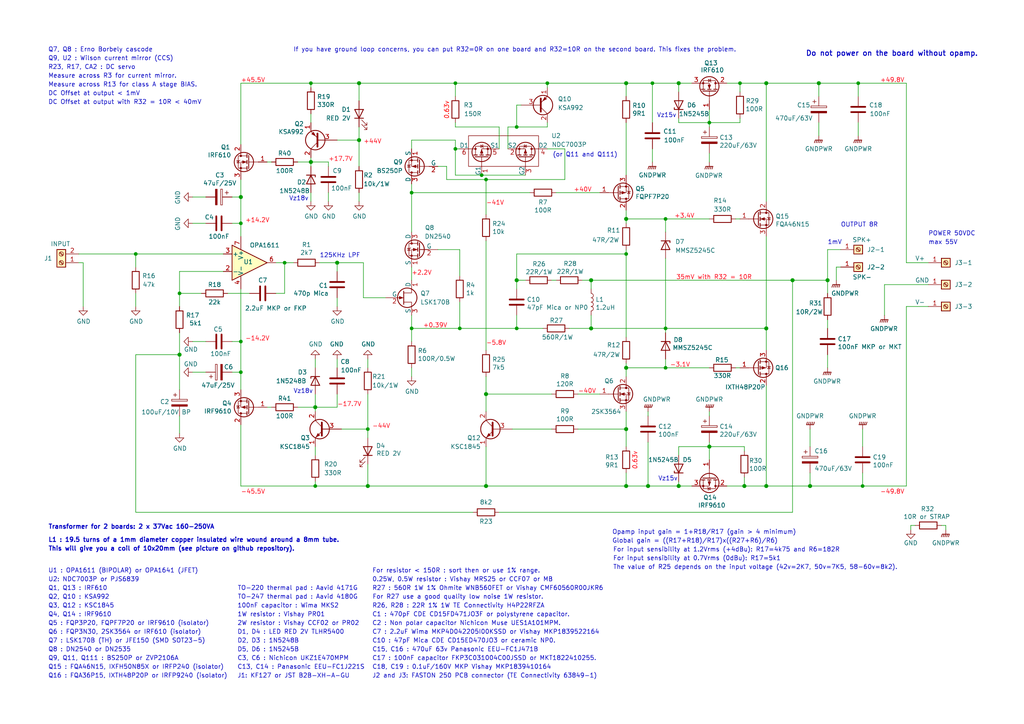
<source format=kicad_sch>
(kicad_sch (version 20231120) (generator "eeschema") (generator_version "8.0")
  (paper "A4")
  (title_block (title "Q17-Mini Amplifier") (date "2024-06-05") (rev "2.2.1") (company "Principe circuit by Tiberiu Vicol") (comment 1 "Modified by Stef for the Q17-Mini project") (comment 4 "Q17 a QUAD405 audiophile approach"))
  (junction (at 133.35 95.25))
  (junction (at 187.96 140.97) (diameter 1.016))
  (junction (at 106.68 124.46))
  (junction (at 91.44 140.97))
  (junction (at 215.9 140.97) (diameter 1.016))
  (junction (at 91.44 118.11) (diameter 1.016))
  (junction (at 52.07 102.87) (diameter 1.016))
  (junction (at 205.74 35.56))
  (junction (at 237.49 24.13) (diameter 1.016))
  (junction (at 196.85 24.13) (diameter 1.016))
  (junction (at 158.75 24.13))
  (junction (at 140.97 140.97) (diameter 1.016))
  (junction (at 119.38 55.88))
  (junction (at 196.85 140.97) (diameter 1.016))
  (junction (at 222.25 140.97) (diameter 1.016))
  (junction (at 90.17 46.99) (diameter 1.016))
  (junction (at 250.19 140.97))
  (junction (at 52.07 85.09))
  (junction (at 234.95 140.97) (diameter 1.016))
  (junction (at 181.61 63.5) (diameter 1.016))
  (junction (at 240.03 81.28) (diameter 1.016))
  (junction (at 193.04 106.68))
  (junction (at 171.45 81.28) (diameter 1.016))
  (junction (at 69.85 107.95))
  (junction (at 149.86 95.25))
  (junction (at 69.85 57.15) (diameter 1.016))
  (junction (at 97.79 76.2) (diameter 1.016))
  (junction (at 149.86 81.28) (diameter 1.016))
  (junction (at 229.87 81.28) (diameter 1.016))
  (junction (at 248.92 24.13))
  (junction (at 82.55 76.2))
  (junction (at 205.74 129.54) (diameter 1.016))
  (junction (at 39.37 73.66))
  (junction (at 189.23 24.13))
  (junction (at 171.45 95.25) (diameter 1.016))
  (junction (at 222.25 24.13) (diameter 1.016))
  (junction (at 193.04 63.5))
  (junction (at 214.63 24.13))
  (junction (at 106.68 140.97) (diameter 1.016))
  (junction (at 132.08 24.13))
  (junction (at 181.61 140.97) (diameter 1.016))
  (junction (at 193.04 95.25))
  (junction (at 149.86 36.83))
  (junction (at 181.61 124.46) (diameter 1.016))
  (junction (at 104.14 24.13) (diameter 1.016))
  (junction (at 222.25 95.25) (diameter 1.016))
  (junction (at 139.7 50.8))
  (junction (at 140.97 114.3) (diameter 1.016))
  (junction (at 181.61 106.68) (diameter 1.016))
  (junction (at 132.08 43.18))
  (junction (at 140.97 52.07))
  (junction (at 181.61 73.66))
  (junction (at 104.14 40.64) (diameter 1.016))
  (junction (at 69.85 64.77))
  (junction (at 69.85 99.06))
  (junction (at 90.17 24.13))
  (junction (at 181.61 24.13) (diameter 1.016))
  (junction (at 119.38 95.25))
  (wire (pts (xy 149.86 30.48) (xy 151.13 30.48)))
  (wire (pts (xy 181.61 72.39) (xy 181.61 73.66)))
  (wire (pts (xy 104.14 40.64) (xy 104.14 36.83)))
  (wire (pts (xy 97.79 40.64) (xy 104.14 40.64)))
  (wire (pts (xy 104.14 24.13) (xy 132.08 24.13)))
  (wire (pts (xy 215.9 130.81) (xy 215.9 129.54)))
  (wire (pts (xy 215.9 129.54) (xy 205.74 129.54)))
  (wire (pts (xy 90.17 33.02) (xy 90.17 35.56)))
  (wire (pts (xy 205.74 119.38) (xy 205.74 120.65)))
  (wire (pts (xy 262.89 24.13) (xy 262.89 76.2)))
  (wire (pts (xy 52.07 78.74) (xy 52.07 85.09)))
  (wire (pts (xy 52.07 125.73) (xy 52.07 120.65)))
  (wire (pts (xy 67.31 107.95) (xy 69.85 107.95)))
  (wire (pts (xy 24.13 76.2) (xy 24.13 88.9)))
  (wire (pts (xy 22.86 76.2) (xy 24.13 76.2)))
  (wire (pts (xy 52.07 102.87) (xy 52.07 113.03)))
  (wire (pts (xy 119.38 40.64) (xy 119.38 43.18)))
  (wire (pts (xy 189.23 43.18) (xy 189.23 46.99)))
  (wire (pts (xy 67.31 99.06) (xy 69.85 99.06)))
  (wire (pts (xy 90.17 24.13) (xy 104.14 24.13)))
  (wire (pts (xy 181.61 119.38) (xy 181.61 124.46)))
  (wire (pts (xy 181.61 124.46) (xy 181.61 129.54)))
  (wire (pts (xy 149.86 73.66) (xy 181.61 73.66)))
  (wire (pts (xy 149.86 81.28) (xy 149.86 73.66)))
  (wire (pts (xy 200.66 24.13) (xy 196.85 24.13)))
  (wire (pts (xy 262.89 88.9) (xy 262.89 140.97)))
  (wire (pts (xy 147.32 36.83) (xy 149.86 36.83)))
  (wire (pts (xy 90.17 46.99) (xy 90.17 48.26)))
  (wire (pts (xy 90.17 45.72) (xy 90.17 46.99)))
  (wire (pts (xy 78.74 118.11) (xy 77.47 118.11)))
  (wire (pts (xy 22.86 73.66) (xy 39.37 73.66)))
  (wire (pts (xy 262.89 88.9) (xy 269.24 88.9)))
  (wire (pts (xy 119.38 40.64) (xy 132.08 40.64)))
  (wire (pts (xy 140.97 52.07) (xy 140.97 62.23)))
  (wire (pts (xy 69.85 140.97) (xy 91.44 140.97)))
  (wire (pts (xy 240.03 72.39) (xy 240.03 81.28)))
  (wire (pts (xy 129.54 48.26) (xy 129.54 52.07)))
  (wire (pts (xy 69.85 123.19) (xy 69.85 140.97)))
  (wire (pts (xy 69.85 57.15) (xy 69.85 64.77)))
  (wire (pts (xy 55.88 57.15) (xy 59.69 57.15)))
  (wire (pts (xy 132.08 43.18) (xy 133.35 43.18)))
  (wire (pts (xy 173.99 55.88) (xy 161.29 55.88)))
  (wire (pts (xy 205.74 44.45) (xy 205.74 46.99)))
  (wire (pts (xy 39.37 102.87) (xy 52.07 102.87)))
  (wire (pts (xy 137.16 148.59) (xy 39.37 148.59)))
  (wire (pts (xy 39.37 148.59) (xy 39.37 102.87)))
  (wire (pts (xy 250.19 137.16) (xy 250.19 140.97)))
  (wire (pts (xy 234.95 140.97) (xy 250.19 140.97)))
  (wire (pts (xy 152.4 81.28) (xy 149.86 81.28)))
  (wire (pts (xy 149.86 81.28) (xy 149.86 83.82)))
  (wire (pts (xy 181.61 35.56) (xy 181.61 50.8)))
  (wire (pts (xy 205.74 128.27) (xy 205.74 129.54)))
  (wire (pts (xy 127 48.26) (xy 129.54 48.26)))
  (wire (pts (xy 158.75 43.18) (xy 163.83 43.18)))
  (wire (pts (xy 55.88 107.95) (xy 59.69 107.95)))
  (wire (pts (xy 91.44 139.7) (xy 91.44 140.97)))
  (wire (pts (xy 248.92 24.13) (xy 248.92 27.94)))
  (wire (pts (xy 132.08 24.13) (xy 158.75 24.13)))
  (wire (pts (xy 119.38 55.88) (xy 119.38 67.31)))
  (wire (pts (xy 168.91 81.28) (xy 171.45 81.28)))
  (wire (pts (xy 171.45 83.82) (xy 171.45 81.28)))
  (wire (pts (xy 160.02 81.28) (xy 161.29 81.28)))
  (wire (pts (xy 242.57 77.47) (xy 243.84 77.47)))
  (wire (pts (xy 242.57 77.47) (xy 242.57 81.28)))
  (wire (pts (xy 158.75 24.13) (xy 158.75 25.4)))
  (wire (pts (xy 167.64 114.3) (xy 173.99 114.3)))
  (wire (pts (xy 140.97 114.3) (xy 160.02 114.3)))
  (wire (pts (xy 149.86 36.83) (xy 158.75 36.83)))
  (wire (pts (xy 229.87 81.28) (xy 229.87 148.59)))
  (wire (pts (xy 229.87 148.59) (xy 144.78 148.59)))
  (wire (pts (xy 55.88 64.77) (xy 59.69 64.77)))
  (wire (pts (xy 171.45 91.44) (xy 171.45 95.25)))
  (wire (pts (xy 165.1 95.25) (xy 171.45 95.25)))
  (wire (pts (xy 140.97 52.07) (xy 163.83 52.07)))
  (wire (pts (xy 213.36 63.5) (xy 214.63 63.5)))
  (wire (pts (xy 77.47 46.99) (xy 78.74 46.99)))
  (wire (pts (xy 262.89 140.97) (xy 250.19 140.97)))
  (wire (pts (xy 213.36 106.68) (xy 214.63 106.68)))
  (wire (pts (xy 222.25 58.42) (xy 222.25 24.13)))
  (wire (pts (xy 210.82 24.13) (xy 214.63 24.13)))
  (wire (pts (xy 181.61 24.13) (xy 189.23 24.13)))
  (wire (pts (xy 181.61 24.13) (xy 181.61 27.94)))
  (wire (pts (xy 97.79 118.11) (xy 91.44 118.11)))
  (wire (pts (xy 97.79 114.3) (xy 97.79 118.11)))
  (wire (pts (xy 215.9 138.43) (xy 215.9 140.97)))
  (wire (pts (xy 222.25 95.25) (xy 222.25 101.6)))
  (wire (pts (xy 222.25 68.58) (xy 222.25 95.25)))
  (wire (pts (xy 140.97 109.22) (xy 140.97 114.3)))
  (wire (pts (xy 39.37 73.66) (xy 39.37 77.47)))
  (wire (pts (xy 132.08 35.56) (xy 132.08 36.83)))
  (wire (pts (xy 167.64 124.46) (xy 181.61 124.46)))
  (wire (pts (xy 148.59 124.46) (xy 160.02 124.46)))
  (wire (pts (xy 205.74 31.75) (xy 205.74 35.56)))
  (wire (pts (xy 187.96 120.65) (xy 187.96 119.38)))
  (wire (pts (xy 91.44 106.68) (xy 91.44 104.14)))
  (wire (pts (xy 132.08 43.18) (xy 132.08 50.8)))
  (wire (pts (xy 97.79 76.2) (xy 105.41 76.2)))
  (wire (pts (xy 181.61 106.68) (xy 181.61 109.22)))
  (wire (pts (xy 181.61 105.41) (xy 181.61 106.68)))
  (wire (pts (xy 140.97 114.3) (xy 140.97 119.38)))
  (wire (pts (xy 196.85 35.56) (xy 205.74 35.56)))
  (wire (pts (xy 196.85 34.29) (xy 196.85 35.56)))
  (wire (pts (xy 132.08 24.13) (xy 132.08 27.94)))
  (wire (pts (xy 248.92 35.56) (xy 248.92 39.37)))
  (wire (pts (xy 106.68 106.68) (xy 106.68 104.14)))
  (wire (pts (xy 214.63 35.56) (xy 214.63 34.29)))
  (wire (pts (xy 39.37 85.09) (xy 39.37 88.9)))
  (wire (pts (xy 97.79 76.2) (xy 97.79 78.74)))
  (wire (pts (xy 92.71 76.2) (xy 97.79 76.2)))
  (wire (pts (xy 95.25 46.99) (xy 90.17 46.99)))
  (wire (pts (xy 95.25 48.26) (xy 95.25 46.99)))
  (wire (pts (xy 193.04 63.5) (xy 205.74 63.5)))
  (wire (pts (xy 132.08 36.83) (xy 144.78 36.83)))
  (wire (pts (xy 149.86 91.44) (xy 149.86 95.25)))
  (wire (pts (xy 149.86 95.25) (xy 157.48 95.25)))
  (wire (pts (xy 119.38 91.44) (xy 119.38 95.25)))
  (wire (pts (xy 104.14 55.88) (xy 104.14 58.42)))
  (wire (pts (xy 69.85 113.03) (xy 69.85 107.95)))
  (wire (pts (xy 181.61 106.68) (xy 193.04 106.68)))
  (wire (pts (xy 55.88 99.06) (xy 59.69 99.06)))
  (wire (pts (xy 237.49 24.13) (xy 248.92 24.13)))
  (wire (pts (xy 69.85 99.06) (xy 69.85 107.95)))
  (wire (pts (xy 222.25 140.97) (xy 215.9 140.97)))
  (wire (pts (xy 222.25 111.76) (xy 222.25 140.97)))
  (wire (pts (xy 215.9 140.97) (xy 210.82 140.97)))
  (wire (pts (xy 187.96 140.97) (xy 181.61 140.97)))
  (wire (pts (xy 163.83 52.07) (xy 163.83 43.18)))
  (wire (pts (xy 66.04 85.09) (xy 72.39 85.09)))
  (wire (pts (xy 181.61 140.97) (xy 181.61 137.16)))
  (wire (pts (xy 140.97 140.97) (xy 181.61 140.97)))
  (wire (pts (xy 140.97 129.54) (xy 140.97 140.97)))
  (wire (pts (xy 240.03 72.39) (xy 243.84 72.39)))
  (wire (pts (xy 80.01 76.2) (xy 82.55 76.2)))
  (wire (pts (xy 133.35 95.25) (xy 149.86 95.25)))
  (wire (pts (xy 106.68 114.3) (xy 106.68 124.46)))
  (wire (pts (xy 91.44 119.38) (xy 91.44 118.11)))
  (wire (pts (xy 69.85 41.91) (xy 69.85 24.13)))
  (wire (pts (xy 69.85 24.13) (xy 90.17 24.13)))
  (wire (pts (xy 214.63 24.13) (xy 222.25 24.13)))
  (wire (pts (xy 250.19 124.46) (xy 250.19 129.54)))
  (wire (pts (xy 187.96 128.27) (xy 187.96 140.97)))
  (wire (pts (xy 52.07 96.52) (xy 52.07 102.87)))
  (wire (pts (xy 140.97 69.85) (xy 140.97 101.6)))
  (wire (pts (xy 147.32 36.83) (xy 147.32 43.18)))
  (wire (pts (xy 67.31 64.77) (xy 69.85 64.77)))
  (wire (pts (xy 104.14 24.13) (xy 104.14 29.21)))
  (wire (pts (xy 90.17 25.4) (xy 90.17 24.13)))
  (wire (pts (xy 189.23 24.13) (xy 189.23 35.56)))
  (wire (pts (xy 196.85 139.7) (xy 196.85 140.97)))
  (wire (pts (xy 132.08 50.8) (xy 139.7 50.8)))
  (wire (pts (xy 119.38 55.88) (xy 153.67 55.88)))
  (wire (pts (xy 262.89 76.2) (xy 269.24 76.2)))
  (wire (pts (xy 119.38 106.68) (xy 119.38 109.22)))
  (wire (pts (xy 133.35 87.63) (xy 133.35 95.25)))
  (wire (pts (xy 234.95 140.97) (xy 222.25 140.97)))
  (wire (pts (xy 234.95 137.16) (xy 234.95 140.97)))
  (wire (pts (xy 106.68 140.97) (xy 140.97 140.97)))
  (wire (pts (xy 205.74 35.56) (xy 214.63 35.56)))
  (wire (pts (xy 106.68 140.97) (xy 106.68 134.62)))
  (wire (pts (xy 133.35 72.39) (xy 133.35 80.01)))
  (wire (pts (xy 189.23 24.13) (xy 196.85 24.13)))
  (wire (pts (xy 205.74 129.54) (xy 205.74 133.35)))
  (wire (pts (xy 105.41 76.2) (xy 105.41 86.36)))
  (wire (pts (xy 193.04 106.68) (xy 205.74 106.68)))
  (wire (pts (xy 106.68 127) (xy 106.68 124.46)))
  (wire (pts (xy 193.04 95.25) (xy 222.25 95.25)))
  (wire (pts (xy 139.7 50.8) (xy 152.4 50.8)))
  (wire (pts (xy 187.96 140.97) (xy 196.85 140.97)))
  (wire (pts (xy 196.85 140.97) (xy 200.66 140.97)))
  (wire (pts (xy 229.87 81.28) (xy 240.03 81.28)))
  (wire (pts (xy 240.03 81.28) (xy 240.03 85.09)))
  (wire (pts (xy 171.45 81.28) (xy 229.87 81.28)))
  (wire (pts (xy 52.07 78.74) (xy 64.77 78.74)))
  (wire (pts (xy 149.86 30.48) (xy 149.86 36.83)))
  (wire (pts (xy 91.44 118.11) (xy 91.44 114.3)))
  (wire (pts (xy 205.74 35.56) (xy 205.74 36.83)))
  (wire (pts (xy 82.55 76.2) (xy 85.09 76.2)))
  (wire (pts (xy 193.04 104.14) (xy 193.04 106.68)))
  (wire (pts (xy 273.05 152.4) (xy 274.32 152.4)))
  (wire (pts (xy 274.32 152.4) (xy 274.32 153.67)))
  (wire (pts (xy 264.16 152.4) (xy 265.43 152.4)))
  (wire (pts (xy 264.16 153.67) (xy 264.16 152.4)))
  (wire (pts (xy 86.36 118.11) (xy 91.44 118.11)))
  (wire (pts (xy 262.89 24.13) (xy 248.92 24.13)))
  (wire (pts (xy 256.54 82.55) (xy 256.54 91.44)))
  (wire (pts (xy 256.54 82.55) (xy 269.24 82.55)))
  (wire (pts (xy 119.38 77.47) (xy 119.38 81.28)))
  (wire (pts (xy 181.61 60.96) (xy 181.61 63.5)))
  (wire (pts (xy 181.61 63.5) (xy 181.61 64.77)))
  (wire (pts (xy 69.85 68.58) (xy 69.85 64.77)))
  (wire (pts (xy 171.45 95.25) (xy 193.04 95.25)))
  (wire (pts (xy 132.08 43.18) (xy 132.08 40.64)))
  (wire (pts (xy 69.85 83.82) (xy 69.85 99.06)))
  (wire (pts (xy 129.54 52.07) (xy 140.97 52.07)))
  (wire (pts (xy 39.37 73.66) (xy 64.77 73.66)))
  (wire (pts (xy 119.38 95.25) (xy 133.35 95.25)))
  (wire (pts (xy 82.55 85.09) (xy 82.55 76.2)))
  (wire (pts (xy 80.01 85.09) (xy 82.55 85.09)))
  (wire (pts (xy 181.61 73.66) (xy 181.61 97.79)))
  (wire (pts (xy 104.14 40.64) (xy 104.14 48.26)))
  (wire (pts (xy 95.25 58.42) (xy 95.25 55.88)))
  (wire (pts (xy 52.07 85.09) (xy 58.42 85.09)))
  (wire (pts (xy 196.85 132.08) (xy 196.85 129.54)))
  (wire (pts (xy 196.85 129.54) (xy 205.74 129.54)))
  (wire (pts (xy 90.17 55.88) (xy 90.17 58.42)))
  (wire (pts (xy 193.04 74.93) (xy 193.04 95.25)))
  (wire (pts (xy 69.85 52.07) (xy 69.85 57.15)))
  (wire (pts (xy 97.79 104.14) (xy 97.79 106.68)))
  (wire (pts (xy 99.06 124.46) (xy 106.68 124.46)))
  (wire (pts (xy 240.03 102.87) (xy 240.03 106.68)))
  (wire (pts (xy 86.36 46.99) (xy 90.17 46.99)))
  (wire (pts (xy 97.79 86.36) (xy 97.79 88.9)))
  (wire (pts (xy 158.75 24.13) (xy 181.61 24.13)))
  (wire (pts (xy 240.03 92.71) (xy 240.03 95.25)))
  (wire (pts (xy 237.49 35.56) (xy 237.49 39.37)))
  (wire (pts (xy 127 72.39) (xy 133.35 72.39)))
  (wire (pts (xy 119.38 53.34) (xy 119.38 55.88)))
  (wire (pts (xy 196.85 24.13) (xy 196.85 26.67)))
  (wire (pts (xy 144.78 36.83) (xy 144.78 43.18)))
  (wire (pts (xy 181.61 63.5) (xy 193.04 63.5)))
  (wire (pts (xy 214.63 26.67) (xy 214.63 24.13)))
  (wire (pts (xy 119.38 95.25) (xy 119.38 99.06)))
  (wire (pts (xy 91.44 140.97) (xy 106.68 140.97)))
  (wire (pts (xy 52.07 85.09) (xy 52.07 88.9)))
  (wire (pts (xy 234.95 129.54) (xy 234.95 124.46)))
  (wire (pts (xy 193.04 95.25) (xy 193.04 96.52)))
  (wire (pts (xy 105.41 86.36) (xy 111.76 86.36)))
  (wire (pts (xy 193.04 63.5) (xy 193.04 67.31)))
  (wire (pts (xy 222.25 24.13) (xy 237.49 24.13)))
  (wire (pts (xy 237.49 27.94) (xy 237.49 24.13)))
  (wire (pts (xy 67.31 57.15) (xy 69.85 57.15)))
  (wire (pts (xy 91.44 132.08) (xy 91.44 129.54)))
  (wire (pts (xy 158.75 36.83) (xy 158.75 35.56)))
  (text "-44V" (at 107.95 124.46 0) (effects (font (size 1.27 1.27)) (justify left bottom)))
  (text "1mV" (at 240.03 71.12 0) (effects (font (size 1.27 1.27)) (justify left bottom)))
  (text "Q15 : FQA46N15, IXFH50N85X or IRFP240 (isolator)" (at 13.97 194.31 0) (effects (font (size 1.27 1.27)) (justify left bottom)))
  (text "+2.2V" (at 119.38 80.01 0) (effects (font (size 1.27 1.27)) (justify left bottom)))
  (text "max 55V" (at 269.24 71.12 0) (effects (font (size 1.27 1.27)) (justify left bottom)))
  (text "-17.7V" (at 97.79 118.11 0) (effects (font (size 1.27 1.27)) (justify left bottom)))
  (text "1W resistor : Vishay PR01" (at 68.834 179.07 0) (effects (font (size 1.27 1.27)) (justify left bottom)))
  (text "Q3, Q12 : KSC1845" (at 13.97 176.53 0) (effects (font (size 1.27 1.27)) (justify left bottom)))
  (text "-49.8V" (at 255.27 143.51 0) (effects (font (size 1.27 1.27)) (justify left bottom)))
  (text "U2: NDC7003P or PJS6839" (at 13.97 168.91 0) (effects (font (size 1.27 1.27)) (justify left bottom)))
  (text "This will give you a coil of 10x20mm (see picture on github repository)." (at 13.97 160.02 0) (effects (font (size 1.27 1.27) (thickness 0.254) (bold yes)) (justify left bottom)))
  (text "-3.1V" (at 194.31 106.68 0) (effects (font (size 1.27 1.27)) (justify left bottom)))
  (text "For input sensibility at 1.2Vrms (+4dBu): R17=4k75 and R6=182R" (at 177.8 160.274 0) (effects (font (size 1.27 1.27)) (justify left bottom)))
  (text "The value of R25 depends on the input voltage (42v=2K7, 50v=7K5, 58-60v=8k2)." (at 177.8 165.354 0) (effects (font (size 1.27 1.27)) (justify left bottom)))
  (text "Q5 : FQP3P20, FQPF7P20 or IRF9610 (isolator)" (at 13.97 181.61 0) (effects (font (size 1.27 1.27)) (justify left bottom)))
  (text "+45.5V" (at 69.85 24.13 0) (effects (font (size 1.27 1.27)) (justify left bottom)))
  (text "125KHz LPF" (at 92.71 74.93 0) (effects (font (size 1.27 1.27)) (justify left bottom)))
  (text "R26, R28 : 22R 1% 1W TE Connectivity H4P22RFZA" (at 107.95 176.53 0) (effects (font (size 1.27 1.27)) (justify left bottom)))
  (text "+0.39V" (at 122.682 95.25 0) (effects (font (size 1.27 1.27)) (justify left bottom)))
  (text "TO-247 thermal pad : Aavid 4180G" (at 86.36 173.228 0) (effects (font (size 1.27 1.27))))
  (text "Opamp input gain = 1+R18/R17 (gain > 4 minimum)" (at 177.546 154.432 0) (effects (font (size 1.27 1.27)) (justify left)))
  (text "Q1, Q13 : IRF610" (at 13.97 171.45 0) (effects (font (size 1.27 1.27)) (justify left bottom)))
  (text "D5, D6 : 1N5245B" (at 68.834 189.23 0) (effects (font (size 1.27 1.27)) (justify left bottom)))
  (text "C2 : Non polar capacitor Nichicon Muse UES1A101MPM." (at 107.95 181.61 0) (effects (font (size 1.27 1.27)) (justify left bottom)))
  (text "D2, D3 : 1N5248B" (at 68.834 186.69 0) (effects (font (size 1.27 1.27)) (justify left bottom)))
  (text "D1, D4 : LED RED 2V TLHR5400" (at 68.834 184.15 0) (effects (font (size 1.27 1.27)) (justify left bottom)))
  (text "C3, C6 : Nichicon UKZ1E470MPM" (at 68.834 191.77 0) (effects (font (size 1.27 1.27)) (justify left bottom)))
  (text "J1: KF127 or JST B2B-XH-A-GU" (at 68.834 196.85 0) (effects (font (size 1.27 1.27)) (justify left bottom)))
  (text "U1 : OPA1611 (BIPOLAR) or OPA1641 (JFET)" (at 13.97 166.37 0) (effects (font (size 1.27 1.27)) (justify left bottom)))
  (text "-5.8V" (at 140.97 100.33 0) (effects (font (size 1.27 1.27)) (justify left bottom)))
  (text "If you have ground loop concerns, you can put R32=0R on one board and R32=10R on the second board. This fixes the problem." (at 85.09 15.24 0) (effects (font (size 1.27 1.27)) (justify left bottom)))
  (text "+3.4V" (at 195.58 63.5 0) (effects (font (size 1.27 1.27)) (justify left bottom)))
  (text "Q8 : DN2540 or DN2535" (at 13.97 189.23 0) (effects (font (size 1.27 1.27)) (justify left bottom)))
  (text "L1 : 19.5 turns of a 1mm diameter copper insulated wire wound around a 8mm tube." (at 13.97 157.48 0) (effects (font (size 1.27 1.27) (thickness 0.254) (bold yes)) (justify left bottom)))
  (text "Q6 : FQP3N30, 2SK3564 or IRF610 (isolator)" (at 13.97 184.15 0) (effects (font (size 1.27 1.27)) (justify left bottom)))
  (text "35mV with R32 = 10R" (at 196.088 81.28 0) (effects (font (size 1.27 1.27)) (justify left bottom)))
  (text "Q9, U2 : Wilson current mirror (CCS)" (at 13.97 17.78 0) (effects (font (size 1.27 1.27)) (justify left bottom)))
  (text "Transformer for 2 boards: 2 x 37Vac 160-250VA" (at 13.97 153.67 0) (effects (font (size 1.27 1.27) (thickness 0.254) (bold yes)) (justify left bottom)))
  (text "For resistor < 150R : sort then or use 1% range." (at 107.95 166.37 0) (effects (font (size 1.27 1.27)) (justify left bottom)))
  (text "0.63v" (at 130.302 34.798 90) (effects (font (size 1.27 1.27) (italic yes)) (justify left bottom)))
  (text "+14.2V" (at 71.12 64.77 0) (effects (font (size 1.27 1.27)) (justify left bottom)))
  (text "For R27 use a good quality low noise 1W resistor." (at 132.842 173.228 0) (effects (font (size 1.27 1.27))))
  (text "Measure across R13 for class A stage BIAS." (at 13.97 25.4 0) (effects (font (size 1.27 1.27)) (justify left bottom)))
  (text "OUTPUT 8R" (at 243.84 66.04 0) (effects (font (size 1.27 1.27)) (justify left bottom)))
  (text "2W resistor : Vishay CCF02 or PR02" (at 68.834 181.61 0) (effects (font (size 1.27 1.27)) (justify left bottom)))
  (text "Q16 : FQA36P15, IXTH48P20P or IRFP9240 (isolator)" (at 13.97 196.85 0) (effects (font (size 1.27 1.27)) (justify left bottom)))
  (text "Vz18v" (at 85.09 114.3 0) (effects (font (size 1.27 1.27)) (justify left bottom)))
  (text "-45.5V" (at 69.85 143.51 0) (effects (font (size 1.27 1.27)) (justify left bottom)))
  (text "For input sensibility at 0.7Vrms (0dBu): R17=5k1" (at 177.8 162.814 0) (effects (font (size 1.27 1.27)) (justify left bottom)))
  (text "TO-220 thermal pad : Aavid 4171G" (at 86.36 170.688 0) (effects (font (size 1.27 1.27))))
  (text "Q7 : LSK170B (TH) or JFE150 (SMD SOT23-5)" (at 13.97 186.69 0) (effects (font (size 1.27 1.27)) (justify left bottom)))
  (text "Q2, Q10 : KSA992" (at 13.97 173.99 0) (effects (font (size 1.27 1.27)) (justify left bottom)))
  (text "Q4, Q14 : IRF9610" (at 13.97 179.07 0) (effects (font (size 1.27 1.27)) (justify left bottom)))
  (text "-14.2V" (at 71.12 99.06 0) (effects (font (size 1.27 1.27)) (justify left bottom)))
  (text "+40V" (at 166.37 55.88 0) (effects (font (size 1.27 1.27)) (justify left bottom)))
  (text "C15, C16 : 470uF 63v Panasonic EEU-FC1J471B" (at 107.95 189.23 0) (effects (font (size 1.27 1.27)) (justify left bottom)))
  (text "C18, C19 : 0.1uF/160V MKP Vishay MKP1839410164" (at 107.95 194.31 0) (effects (font (size 1.27 1.27)) (justify left bottom)))
  (text "DC Offset at output with R32 = 10R < 40mV" (at 13.97 30.48 0) (effects (font (size 1.27 1.27)) (justify left bottom)))
  (text "C17 : 100nF capacitor FKP3C031004C00JSSD or MKT1822410255." (at 107.95 191.77 0) (effects (font (size 1.27 1.27)) (justify left bottom)))
  (text "Global gain = ((R17+R18)/R17)x((R27+R6)/R6)" (at 177.546 156.972 0) (effects (font (size 1.27 1.27)) (justify left)))
  (text "0.25W, 0.5W resistor : Vishay MRS25 or CCF07 or MB" (at 107.95 168.91 0) (effects (font (size 1.27 1.27)) (justify left bottom)))
  (text "C7 : 2.2uF Wima MKP4D042205I00KSSD or Vishay MKP1839522164" (at 107.95 184.15 0) (effects (font (size 1.27 1.27)) (justify left bottom)))
  (text "C1 : 470pF CDE CD15FD471JO3F or polystyrene capacitor." (at 107.95 179.07 0) (effects (font (size 1.27 1.27)) (justify left bottom)))
  (text "R23, R17, CA2 : DC servo" (at 13.97 20.32 0) (effects (font (size 1.27 1.27)) (justify left bottom)))
  (text "+44V" (at 105.41 41.91 0) (effects (font (size 1.27 1.27)) (justify left bottom)))
  (text "DC Offset at output < 1mV" (at 13.97 27.94 0) (effects (font (size 1.27 1.27)) (justify left bottom)))
  (text "Vz15v" (at 190.8835 139.6616 0) (effects (font (size 1.27 1.27)) (justify left bottom)))
  (text "J2 and J3: FASTON 250 PCB connector (TE Connectivity 63849-1)" (at 107.95 196.85 0) (effects (font (size 1.27 1.27)) (justify left bottom)))
  (text "R27 : 560R 1W 1% Ohmite WNB560FET or Vishay CMF60560R00JKR6" (at 107.95 171.45 0) (effects (font (size 1.27 1.27)) (justify left bottom)))
  (text "-40V" (at 167.64 114.3 0) (effects (font (size 1.27 1.27)) (justify left bottom)))
  (text "C13, C14 : Panasonic EEU-FC1J221S" (at 68.834 194.31 0) (effects (font (size 1.27 1.27)) (justify left bottom)))
  (text "Vz15v" (at 190.5 34.29 0) (effects (font (size 1.27 1.27)) (justify left bottom)))
  (text "Q7, Q8 : Erno Borbely cascode\n" (at 13.97 15.24 0) (effects (font (size 1.27 1.27)) (justify left bottom)))
  (text "POWER 50VDC" (at 269.24 68.58 0) (effects (font (size 1.27 1.27)) (justify left bottom)))
  (text "Measure across R3 for current mirror." (at 13.97 22.86 0) (effects (font (size 1.27 1.27)) (justify left bottom)))
  (text "100nF capacitor : Wima MKS2" (at 68.834 176.53 0) (effects (font (size 1.27 1.27)) (justify left bottom)))
  (text "Do not power on the board without opamp." (at 233.68 16.51 0) (effects (font (size 1.5 1.5) (thickness 0.254) (bold yes)) (justify left bottom)))
  (text "0.63v" (at 184.912 136.398 90) (effects (font (size 1.27 1.27) (italic yes)) (justify left bottom)))
  (text "(or Q11 and Q111)" (at 160.274 45.72 0) (effects (font (size 1.27 1.27)) (justify left bottom)))
  (text "Vz18v" (at 83.82 58.42 0) (effects (font (size 1.27 1.27)) (justify left bottom)))
  (text "C10 : 47pF Mica CDE CD15ED470JO3 or ceramic NP0." (at 107.95 186.69 0) (effects (font (size 1.27 1.27)) (justify left bottom)))
  (text "-41V" (at 140.97 59.69 0) (effects (font (size 1.27 1.27)) (justify left bottom)))
  (text "+17.7V" (at 95.25 46.99 0) (effects (font (size 1.27 1.27)) (justify left bottom)))
  (text "Q9, Q11, Q111 : BS250P or ZVP2106A" (at 13.97 191.77 0) (effects (font (size 1.27 1.27)) (justify left bottom)))
  (text "+49.8V" (at 255.27 24.13 0) (effects (font (size 1.27 1.27)) (justify left bottom)))
  (symbol (lib_name "GND_1") (lib_id "power:GND") (at 55.88 57.15 270) (unit 1)
    (property "Reference" "#PWR0111" (effects (hide yes)))
    (property "Value" "GND" (at 51.5556 57.2643 0))
  )
  (symbol (lib_id "Device:R") (at 181.61 133.35 0) (unit 1)
    (property "Reference" "R13" (at 175.514 132.588 0) (effects (justify left)))
    (property "Value" "9R1" (at 175.514 134.8867 0) (effects (justify left)))
    (property "Footprint" "Resistor_THT:R_Axial_DIN0207_L6.3mm_D2.5mm_P10.16mm_Horizontal" (effects (hide yes)))
    (property "Datasheet" "https://www.vishay.com/doc?28766" (effects (hide yes)))
    (property "Part#" "MBB02070C9108FCT00" (effects (hide yes)))
    (property "Mouser" "594-MBB02070C9108FCT" (effects (hide yes)))
  )
  (symbol (lib_id "Device:Q_NJFET_DGS") (at 116.84 86.36 0) (unit 1)
    (property "Reference" "Q7" (at 121.92 85.09 0) (effects (justify left)))
    (property "Value" "LSK170B" (at 121.92 87.63 0) (effects (justify left)))
    (property "Footprint" "Package_TO_SOT_THT:TO-92_Inline_Wide" (effects (hide yes)))
    (property "Datasheet" "https://www.mouser.fr/datasheet/2/1442/LSK170SeriesDSRevA22-3179964.pdf" (effects (hide yes)))
    (property "Part#" "LSK170B-TO-92-3L-BK" (effects (hide yes)))
    (property "Mouser" "722-LSK170BTO923LBK" (effects (hide yes)))
  )
  (symbol (lib_id "Device:C") (at 63.5 99.06 90) (unit 1)
    (property "Reference" "C5" (at 63.246 95.504 90))
    (property "Value" "100nF" (at 64.008 102.616 90))
    (property "Footprint" "Capacitor_THT:C_Rect_L7.2mm_W2.5mm_P5.00mm_FKS2_FKP2_MKS2_MKP2" (effects (hide yes)))
    (property "Datasheet" "https://www.mouser.fr/datasheet/2/440/e_WIMA_MKS_2-1139871.pdf" (effects (hide yes)))
    (property "Part#" "MKS2D031001A00KSSD" (effects (hide yes)))
    (property "Mouser" "505-MKS2.1/100/10" (effects (hide yes)))
  )
  (symbol (lib_id "Device:R") (at 240.03 88.9 0) (unit 1)
    (property "Reference" "R31" (at 234.5931 87.9307 0) (effects (justify left)))
    (property "Value" "10R/2W" (at 230.7831 90.4707 0) (effects (justify left)))
    (property "Footprint" "Resistor_THT:R_Axial_DIN0411_L9.9mm_D3.6mm_P15.24mm_Horizontal" (effects (hide yes)))
    (property "Datasheet" "https://www.vishay.com/doc?28729" (effects (hide yes)))
    (property "Part#" "PR02000201009JR500" (effects (hide yes)))
    (property "Mouser" "594-5083NW10R00J" (effects (hide yes)))
  )
  (symbol (lib_name "GND_5") (lib_id "power:GND") (at 55.88 107.95 270) (unit 1)
    (property "Reference" "#PWR0129" (effects (hide yes)))
    (property "Value" "GND" (at 55.3399 105.5834 90))
  )
  (symbol (lib_name "GND_6") (lib_id "power:GND") (at 52.07 125.73 0) (unit 1)
    (property "Reference" "#PWR0107" (effects (hide yes)))
    (property "Value" "GND" (at 52.1843 130.0544 0))
  )
  (symbol (lib_id "Device:R") (at 88.9 76.2 90) (unit 1)
    (property "Reference" "R1" (at 88.9 70.9738 90))
    (property "Value" "2k7" (at 88.9 73.2725 90))
    (property "Footprint" "Resistor_THT:R_Axial_DIN0207_L6.3mm_D2.5mm_P10.16mm_Horizontal" (effects (hide yes)))
    (property "Datasheet" "https://www.vishay.com/doc?28724" (effects (hide yes)))
    (property "Part#" "MRS25000C2701FRP00" (effects (hide yes)))
    (property "Mouser" "594-MRS25000C2701FRP" (effects (hide yes)))
  )
  (symbol (lib_name "GNDPWR_1") (lib_id "power:GNDPWR") (at 205.74 119.38 180) (unit 1)
    (property "Reference" "#PWR0121" (effects (hide yes)))
    (property "Value" "GNDPWR" (at 205.74 115.824 0))
  )
  (symbol (lib_id "Connector:Screw_Terminal_01x01") (at 248.92 77.47 0) (unit 1)
    (property "Reference" "J2-2" (at 251.46 77.47 0) (effects (justify left)))
    (property "Value" "SPK-" (at 247.2875 80.371 0) (effects (justify left)))
    (property "Footprint" "Q17_Library:Faston_Connector_63849-1_TEC" (effects (hide yes)))
    (property "Datasheet" "https://www.te.com/commerce/DocumentDelivery/DDEController?Action=srchrtrv&DocNm=63824&DocType=Customer+Drawing&DocLang=English&PartCntxt=63824-1&DocFormat=pdf" (effects (hide yes)))
    (property "Part#" "TE Connectivity 63849-1" (effects (hide yes)))
    (property "Mouser" "571-638491" (effects (hide yes)))
  )
  (symbol (lib_id "Device:C") (at 187.96 124.46 0) (unit 1)
    (property "Reference" "C12" (at 190.8811 123.6991 0) (effects (justify left)))
    (property "Value" "100nF" (at 190.8811 125.9978 0) (effects (justify left)))
    (property "Footprint" "Capacitor_THT:C_Rect_L7.2mm_W2.5mm_P5.00mm_FKS2_FKP2_MKS2_MKP2" (effects (hide yes)))
    (property "Datasheet" "https://www.mouser.fr/datasheet/2/440/e_WIMA_MKS_2-1139871.pdf" (effects (hide yes)))
    (property "Part#" "MKS2D031001A00KSSD" (effects (hide yes)))
    (property "Mouser" "505-MKS2.1/100/10" (effects (hide yes)))
  )
  (symbol (lib_id "Device:R") (at 181.61 68.58 0) (unit 1)
    (property "Reference" "R11" (at 176.022 66.802 0) (effects (justify left)))
    (property "Value" "47R/2W" (at 171.704 69.596 0) (effects (justify left)))
    (property "Footprint" "Resistor_THT:R_Axial_DIN0411_L9.9mm_D3.6mm_P12.70mm_Horizontal" (effects (hide yes)))
    (property "Datasheet" "https://www.vishay.com/doc?28729" (effects (hide yes)))
    (property "Part#" "PR02000204709JR500" (effects (hide yes)))
    (property "Mouser" "594-5083NW47R00J" (effects (hide yes)))
  )
  (symbol (lib_id "Device:R") (at 163.83 124.46 90) (unit 1)
    (property "Reference" "R9" (at 163.83 119.2338 90))
    (property "Value" "100R" (at 163.83 121.533 90))
    (property "Footprint" "Resistor_THT:R_Axial_DIN0207_L6.3mm_D2.5mm_P10.16mm_Horizontal" (effects (hide yes)))
    (property "Datasheet" "https://www.vishay.com/doc?28724" (effects (hide yes)))
    (property "Part#" "MRS25000C1000FCT00" (effects (hide yes)))
    (property "Mouser" "594-MRS25000C1000FCT" (effects (hide yes)))
  )
  (symbol (lib_id "Device:R") (at 106.68 110.49 0) (mirror x) (unit 1)
    (property "Reference" "R21" (at 107.95 109.22 0) (effects (justify left)))
    (property "Value" "10k/1W" (at 107.95 111.76 0) (effects (justify left)))
    (property "Footprint" "Resistor_THT:R_Axial_DIN0207_L6.3mm_D2.5mm_P10.16mm_Horizontal" (effects (hide yes)))
    (property "Datasheet" "https://www.vishay.com/doc?28729" (effects (hide yes)))
    (property "Part#" "PR01000101002JR500" (effects (hide yes)))
    (property "Mouser" "594-5073NW10K00J" (effects (hide yes)))
  )
  (symbol (lib_id "Device:LED") (at 104.14 33.02 90) (unit 1)
    (property "Reference" "D1" (at 99.06 31.75 90) (effects (justify right)))
    (property "Value" "RED 2V" (at 94.5029 34.2899 90) (effects (justify right)))
    (property "Footprint" "LED_THT:LED_D5.0mm" (effects (hide yes)))
    (property "Part#" "TLHR5400" (effects (hide yes)))
    (property "Mouser" "78-TLHR5400" (effects (hide yes)))
  )
  (symbol (lib_id "Device:Q_NPN_ECB") (at 93.98 124.46 0) (mirror y) (unit 1)
    (property "Reference" "Q3" (at 89.916 127 0) (effects (justify left)))
    (property "Value" "KSC1845" (at 89.916 129.54 0) (effects (justify left)))
    (property "Footprint" "Package_TO_SOT_THT:TO-92_Inline_Wide" (effects (hide yes)))
    (property "Datasheet" "https://www.mouser.fr/datasheet/2/308/1/KSC1845_D-2314480.pdf" (effects (hide yes)))
    (property "Part#" "KSC1845FTA" (effects (hide yes)))
    (property "Mouser" "512-KSC1845FTA" (effects (hide yes)))
  )
  (symbol (lib_id "Device:C_Polarized") (at 234.95 133.35 0) (unit 1)
    (property "Reference" "C16" (at 236.22 130.81 0) (effects (justify left)))
    (property "Value" "470uF/63V" (at 236.22 135.89 0) (effects (justify left)))
    (property "Footprint" "Capacitor_THT:CP_Radial_D18.0mm_P7.50mm" (effects (hide yes)))
    (property "Datasheet" "https://www.mouser.fr/datasheet/2/315/ABA0000C1209-1289053.pdf" (effects (hide yes)))
    (property "Part#" "EEU-FC1J471B" (effects (hide yes)))
    (property "Mouser" "667-EEU-FC1J471B" (effects (hide yes)))
  )
  (symbol (lib_id "Device:R") (at 209.55 106.68 90) (unit 1)
    (property "Reference" "R15" (at 211.328 104.394 90) (effects (justify left)))
    (property "Value" "330R" (at 212.09 108.966 90) (effects (justify left)))
    (property "Footprint" "Resistor_THT:R_Axial_DIN0207_L6.3mm_D2.5mm_P10.16mm_Horizontal" (effects (hide yes)))
    (property "Datasheet" "https://www.vishay.com/doc?28724" (effects (hide yes)))
    (property "Part#" "MRS25000C3300FCT00" (effects (hide yes)))
    (property "Mouser" "594-MRS25000C3300FCT" (effects (hide yes)))
  )
  (symbol (lib_name "GNDPWR_2") (lib_id "power:GNDPWR") (at 187.96 119.38 180) (unit 1)
    (property "Reference" "#PWR0120" (effects (hide yes)))
    (property "Value" "GNDPWR" (at 190.5 115.824 0))
  )
  (symbol (lib_id "Device:C") (at 189.23 39.37 180) (unit 1)
    (property "Reference" "C11" (at 194.31 38.1 0))
    (property "Value" "100nF" (at 195.58 40.64 0))
    (property "Footprint" "Capacitor_THT:C_Rect_L7.2mm_W2.5mm_P5.00mm_FKS2_FKP2_MKS2_MKP2" (effects (hide yes)))
    (property "Datasheet" "https://www.mouser.fr/datasheet/2/440/e_WIMA_MKS_2-1139871.pdf" (effects (hide yes)))
    (property "Part#" "MKS2D031001A00KSSD" (effects (hide yes)))
    (property "Mouser" "505-MKS2.1/100/10" (effects (hide yes)))
  )
  (symbol (lib_id "Device:Q_PMOS_SGD") (at 121.92 48.26 180) (unit 1)
    (property "Reference" "Q9" (at 116.84 46.99 0) (effects (justify left)))
    (property "Value" "BS250P" (at 116.84 49.53 0) (effects (justify left)))
    (property "Footprint" "Package_TO_SOT_THT:TO-92S_Wide" (effects (hide yes)))
    (property "Datasheet" "https://www.diodes.com/assets/Datasheets/BS250P.pdf" (effects (hide yes)))
    (property "Part#" "BS250P" (effects (hide yes)))
    (property "Mouser" "522-BS250P" (effects (hide yes)))
  )
  (symbol (lib_name "GND_13") (lib_id "power:GND") (at 264.16 153.67 0) (unit 1)
    (property "Reference" "#PWR0124" (effects (hide yes)))
    (property "Value" "GND" (at 264.16 157.48 0))
  )
  (symbol (lib_name "GNDPWR_3") (lib_id "power:GNDPWR") (at 256.54 91.44 0) (unit 1)
    (property "Reference" "#PWR0128" (effects (hide yes)))
    (property "Value" "GNDPWR" (at 256.413 95.358 0))
  )
  (symbol (lib_id "Device:C") (at 95.25 52.07 180) (unit 1)
    (property "Reference" "C9" (at 97.79 49.53 0))
    (property "Value" "100nF" (at 99.06 54.61 0))
    (property "Footprint" "Capacitor_THT:C_Rect_L7.2mm_W2.5mm_P5.00mm_FKS2_FKP2_MKS2_MKP2" (effects (hide yes)))
    (property "Datasheet" "https://www.mouser.fr/datasheet/2/440/e_WIMA_MKS_2-1139871.pdf" (effects (hide yes)))
    (property "Part#" "MKS2D031001A00KSSD" (effects (hide yes)))
    (property "Mouser" "505-MKS2.1/100/10" (effects (hide yes)))
  )
  (symbol (lib_name "GND_4") (lib_id "power:GND") (at 24.13 88.9 0) (unit 1)
    (property "Reference" "#PWR0114" (effects (hide yes)))
    (property "Value" "GND" (at 24.2443 93.2244 0))
  )
  (symbol (lib_id "Device:C_Polarized") (at 63.5 107.95 90) (unit 1)
    (property "Reference" "C6" (at 66.294 106.426 90))
    (property "Value" "47uF/25V" (at 63.246 111.76 90))
    (property "Footprint" "Capacitor_THT:CP_Radial_D10.0mm_P5.00mm" (effects (hide yes)))
    (property "Part#" "Nichicon Muse UKZ1E470MPM" (effects (hide yes)))
    (property "Mouser" "647-UKZ1E470MPM" (effects (hide yes)))
  )
  (symbol (lib_id "Device:LED") (at 106.68 130.81 270) (mirror x) (unit 1)
    (property "Reference" "D4" (at 111.76 129.286 90) (effects (justify right)))
    (property "Value" "RED 2V" (at 116.3248 131.5054 90) (effects (justify right)))
    (property "Footprint" "LED_THT:LED_D5.0mm" (effects (hide yes)))
    (property "Part#" "TLHR5400" (effects (hide yes)))
    (property "Mouser" "78-TLHR5400" (effects (hide yes)))
  )
  (symbol (lib_id "Device:R") (at 209.55 63.5 90) (unit 1)
    (property "Reference" "R14" (at 210.82 58.166 90) (effects (justify left)))
    (property "Value" "330R" (at 212.09 60.706 90) (effects (justify left)))
    (property "Footprint" "Resistor_THT:R_Axial_DIN0207_L6.3mm_D2.5mm_P10.16mm_Horizontal" (effects (hide yes)))
    (property "Datasheet" "https://www.vishay.com/doc?28724" (effects (hide yes)))
    (property "Part#" "MRS25000C3300FCT00" (effects (hide yes)))
    (property "Mouser" "594-MRS25000C3300FCT" (effects (hide yes)))
  )
  (symbol (lib_id "power:GNDPWR") (at 189.23 46.99 0) (unit 1)
    (property "Reference" "#PWR01" (effects (hide yes)))
    (property "Value" "GNDPWR" (at 189.23 50.8 0))
  )
  (symbol (lib_id "Device:R") (at 39.37 81.28 180) (unit 1)
    (property "Reference" "R16" (at 43.18 80.01 0))
    (property "Value" "47k" (at 43.18 82.55 0))
    (property "Footprint" "Resistor_THT:R_Axial_DIN0207_L6.3mm_D2.5mm_P10.16mm_Horizontal" (effects (hide yes)))
    (property "Datasheet" "https://www.vishay.com/doc?28724" (effects (hide yes)))
    (property "Description" "47k resistor" (effects (hide yes)))
    (property "Part#" "MRS25000C4702FRP00" (effects (hide yes)))
    (property "Mouser" "594-MRS25000C4702FRP" (effects (hide yes)))
  )
  (symbol (lib_id "Device:R") (at 181.61 31.75 0) (unit 1)
    (property "Reference" "R10" (at 183.3881 30.6006 0) (effects (justify left)))
    (property "Value" "9R1" (at 183.3881 32.8993 0) (effects (justify left)))
    (property "Footprint" "Resistor_THT:R_Axial_DIN0207_L6.3mm_D2.5mm_P10.16mm_Horizontal" (effects (hide yes)))
    (property "Datasheet" "https://www.vishay.com/doc?28766" (effects (hide yes)))
    (property "Part#" "MBB02070C9108FCT00" (effects (hide yes)))
    (property "Mouser" "594-MBB02070C9108FCT" (effects (hide yes)))
  )
  (symbol (lib_name "GNDPWR_4") (lib_id "power:GNDPWR") (at 234.95 124.46 180) (unit 1)
    (property "Reference" "#PWR0125" (effects (hide yes)))
    (property "Value" "GNDPWR" (at 234.95 120.65 0))
  )
  (symbol (lib_id "Device:R") (at 156.21 81.28 90) (unit 1)
    (property "Reference" "R26" (at 156.3556 76.5684 90))
    (property "Value" "22R/1W" (at 156.3556 78.8671 90))
    (property "Footprint" "Resistor_THT:R_Axial_DIN0411_L9.9mm_D3.6mm_P12.70mm_Horizontal" (effects (hide yes)))
    (property "Datasheet" "https://www.mouser.fr/datasheet/2/418/5/ENG_DS_1773230_H-729914.pdf" (effects (hide yes)))
    (property "Part#" "H4P22RFZA" (effects (hide yes)))
    (property "Mouser" "279-H4P22RFZA" (effects (hide yes)))
  )
  (symbol (lib_id "Device:R") (at 132.08 31.75 0) (mirror y) (unit 1)
    (property "Reference" "R3" (at 137.16 30.48 0) (effects (justify left)))
    (property "Value" "150R" (at 139.7 33.02 0) (effects (justify left)))
    (property "Footprint" "Resistor_THT:R_Axial_DIN0207_L6.3mm_D2.5mm_P10.16mm_Horizontal" (effects (hide yes)))
    (property "Datasheet" "https://www.vishay.com/doc?28724" (effects (hide yes)))
    (property "Part#" "MRS25000C1500FRP00" (effects (hide yes)))
    (property "Mouser" "594-MRS25000C1500FRP" (effects (hide yes)))
  )
  (symbol (lib_id "Device:D_Zener") (at 196.85 30.48 90) (unit 1)
    (property "Reference" "D6" (at 201.93 30.48 90) (effects (justify left)))
    (property "Value" "1N5245B" (at 205.74 33.02 90) (effects (justify left)))
    (property "Footprint" "Diode_THT:D_DO-35_SOD27_P7.62mm_Horizontal" (effects (hide yes)))
    (property "Datasheet" "https://www.mouser.fr/datasheet/2/308/1N5221B_D-2309445.pdf" (effects (hide yes)))
    (property "Part#" "1N5245BTR" (effects (hide yes)))
    (property "Mouser" "512-1N5245BTR" (effects (hide yes)))
  )
  (symbol (lib_id "Device:R") (at 62.23 85.09 90) (unit 1)
    (property "Reference" "R18" (at 62.23 82.55 90))
    (property "Value" "22k" (at 62.23 87.63 90))
    (property "Footprint" "Resistor_THT:R_Axial_DIN0207_L6.3mm_D2.5mm_P10.16mm_Horizontal" (effects (hide yes)))
    (property "Part#" "MRS25000C2202FCT00" (effects (hide yes)))
    (property "Mouser" "594-MRS25000C2202FCT" (effects (hide yes)))
  )
  (symbol (lib_id "power:GNDPWR") (at 205.74 46.99 0) (unit 1)
    (property "Reference" "#PWR03" (effects (hide yes)))
    (property "Value" "GNDPWR" (at 205.613 50.908 0))
  )
  (symbol (lib_id "power:GNDPWR") (at 237.49 39.37 0) (unit 1)
    (property "Reference" "#PWR0118" (effects (hide yes)))
    (property "Value" "GNDPWR" (at 237.49 43.18 0))
  )
  (symbol (lib_id "Device:Q_NMOS_GDS") (at 219.71 63.5 0) (unit 1)
    (property "Reference" "Q15" (at 224.9171 62.7391 0) (effects (justify left)))
    (property "Value" "FQA46N15" (at 224.9171 65.0378 0) (effects (justify left)))
    (property "Footprint" "Package_TO_SOT_THT:TO-3P-3_Vertical" (effects (hide yes)))
    (property "Datasheet" "https://www.mouser.fr/datasheet/2/308/1/FQA46N15_D-2314031.pdf" (effects (hide yes)))
    (property "Part#" "FQA46N15" (effects (hide yes)))
    (property "Mouser" "512-FQA46N15" (effects (hide yes)))
  )
  (symbol (lib_id "Device:C_Polarized") (at 205.74 40.64 0) (unit 1)
    (property "Reference" "C13" (at 208.6611 39.8791 0) (effects (justify left)))
    (property "Value" "220uF/63V" (at 208.6611 42.1778 0) (effects (justify left)))
    (property "Footprint" "Capacitor_THT:CP_Radial_D12.5mm_P5.00mm" (effects (hide yes)))
    (property "Datasheet" "https://www.mouser.fr/datasheet/2/315/ABA0000C1209-1289053.pdf" (effects (hide yes)))
    (property "Description" "220uF  63V capacitor" (effects (hide yes)))
    (property "Part#" "EEU-FC1J221S" (effects (hide yes)))
    (property "Mouser" "667-EEU-FC1J221S" (effects (hide yes)))
  )
  (symbol (lib_id "Device:L") (at 171.45 87.63 0) (unit 1)
    (property "Reference" "L1" (at 172.7201 86.8691 0) (effects (justify left)))
    (property "Value" "1.2uH" (at 172.7201 89.1678 0) (effects (justify left)))
    (property "Footprint" "Q17_Library:L_Axial_L22mm_D10mm_P21mm_vertical_Q17_Mini" (effects (hide yes)))
    (property "Part#" "19.5 turns of a 1mm diameter copper insulated wire wound around a 8mm tube." (effects (hide yes)))
    (property "Mouser" "N.A" (effects (hide yes)))
  )
  (symbol (lib_id "Device:R") (at 90.17 29.21 0) (unit 1)
    (property "Reference" "R19" (at 91.9481 28.0606 0) (effects (justify left)))
    (property "Value" "330R" (at 91.948 30.359 0) (effects (justify left)))
    (property "Footprint" "Resistor_THT:R_Axial_DIN0207_L6.3mm_D2.5mm_P10.16mm_Horizontal" (effects (hide yes)))
    (property "Datasheet" "https://www.vishay.com/doc?28724" (effects (hide yes)))
    (property "Part#" "MRS25000C3300FCT00" (effects (hide yes)))
    (property "Mouser" "594-MRS25000C3300FCT" (effects (hide yes)))
  )
  (symbol (lib_id "Device:C_Polarized") (at 52.07 116.84 0) (unit 1)
    (property "Reference" "C2" (at 46.4082 116.5306 0) (effects (justify left)))
    (property "Value" "100uF/10V BP" (at 40.9765 119.518 0) (effects (justify left)))
    (property "Footprint" "Capacitor_THT:CP_Radial_D10.0mm_P5.00mm" (effects (hide yes)))
    (property "Datasheet" "https://www.mouser.fr/datasheet/2/293/e_ues-3082323.pdf" (effects (hide yes)))
    (property "Part#" "UES1A101MPM" (effects (hide yes)))
    (property "Mouser" "647-UES1A101MPM" (effects (hide yes)))
  )
  (symbol (lib_id "Device:R") (at 161.29 95.25 90) (unit 1)
    (property "Reference" "R27" (at 161.3688 92.9397 90))
    (property "Value" "560R/1W" (at 161.6861 97.8047 90))
    (property "Footprint" "Resistor_THT:R_Axial_DIN0411_L9.9mm_D3.6mm_P12.70mm_Horizontal" (effects (hide yes)))
    (property "Datasheet" "https://www.mouser.fr/datasheet/2/303/res_wh_wn-3082550.pdf" (effects (hide yes)))
    (property "Description" "560R resistor" (effects (hide yes)))
    (property "Part#" "WNB560FET" (effects (hide yes)))
    (property "Mouser" "588-WNB560FET" (effects (hide yes)))
  )
  (symbol (lib_id "Device:R") (at 181.61 101.6 0) (unit 1)
    (property "Reference" "R12" (at 176.022 100.076 0) (effects (justify left)))
    (property "Value" "47R/2W" (at 171.958 102.87 0) (effects (justify left)))
    (property "Footprint" "Resistor_THT:R_Axial_DIN0411_L9.9mm_D3.6mm_P12.70mm_Horizontal" (effects (hide yes)))
    (property "Datasheet" "https://www.vishay.com/doc?28729" (effects (hide yes)))
    (property "Part#" "PR02000204709JR500" (effects (hide yes)))
    (property "Mouser" "594-5083NW47R00J" (effects (hide yes)))
  )
  (symbol (lib_id "Device:C") (at 97.79 82.55 0) (unit 1)
    (property "Reference" "C1" (at 92.456 82.804 0) (effects (justify left)))
    (property "Value" "470p Mica" (at 85.09 85.09 0) (effects (justify left)))
    (property "Footprint" "Q17_Library:C_Mica_v2_L11.4mm_W4.3mm_H9.1_P5.9mm_mix" (effects (hide yes)))
    (property "Datasheet" "https://www.mouser.fr/datasheet/2/88/STD_DIPPED-1702530.pdf" (effects (hide yes)))
    (property "Part#" "CD15FD471JO3" (effects (hide yes)))
    (property "Mouser" "5982-15-500V470" (effects (hide yes)))
  )
  (symbol (lib_id "Device:R") (at 104.14 52.07 0) (unit 1)
    (property "Reference" "R2" (at 105.41 50.8 0) (effects (justify left)))
    (property "Value" "10k/1W" (at 105.41 53.34 0) (effects (justify left)))
    (property "Footprint" "Resistor_THT:R_Axial_DIN0207_L6.3mm_D2.5mm_P10.16mm_Horizontal" (effects (hide yes)))
    (property "Datasheet" "https://www.vishay.com/doc?28729" (effects (hide yes)))
    (property "Part#" "PR01000101002JR500" (effects (hide yes)))
    (property "Mouser" "594-5073NW10K00J" (effects (hide yes)))
  )
  (symbol (lib_id "power:GND") (at 90.17 58.42 0) (unit 1)
    (property "Reference" "#PWR0110" (effects (hide yes)))
    (property "Value" "GND" (at 90.2843 62.7444 0))
  )
  (symbol (lib_id "Device:R") (at 214.63 30.48 0) (unit 1)
    (property "Reference" "R29" (at 216.2783 29.264 0) (effects (justify left)))
    (property "Value" "100R" (at 216.2005 31.5986 0) (effects (justify left)))
    (property "Footprint" "Resistor_THT:R_Axial_DIN0207_L6.3mm_D2.5mm_P10.16mm_Horizontal" (effects (hide yes)))
    (property "Datasheet" "https://www.vishay.com/doc?28724" (effects (hide yes)))
    (property "Part#" "MRS25000C1000FCT00" (effects (hide yes)))
    (property "Mouser" "594-MRS25000C1000FCT" (effects (hide yes)))
  )
  (symbol (lib_id "Device:C_Polarized") (at 205.74 124.46 0) (unit 1)
    (property "Reference" "C14" (at 208.6611 123.6991 0) (effects (justify left)))
    (property "Value" "220uF/63V" (at 208.6611 125.9978 0) (effects (justify left)))
    (property "Footprint" "Capacitor_THT:CP_Radial_D12.5mm_P5.00mm" (effects (hide yes)))
    (property "Datasheet" "https://www.mouser.fr/datasheet/2/315/ABA0000C1209-1289053.pdf" (effects (hide yes)))
    (property "Description" "220uF  63V capacitor" (effects (hide yes)))
    (property "Part#" "EEU-FC1J221S" (effects (hide yes)))
    (property "Mouser" "667-EEU-FC1J221S" (effects (hide yes)))
  )
  (symbol (lib_id "Device:R") (at 157.48 55.88 90) (unit 1)
    (property "Reference" "R7" (at 157.48 58.6613 90))
    (property "Value" "100R" (at 157.48 60.96 90))
    (property "Footprint" "Resistor_THT:R_Axial_DIN0207_L6.3mm_D2.5mm_P10.16mm_Horizontal" (effects (hide yes)))
    (property "Datasheet" "https://www.vishay.com/doc?28724" (effects (hide yes)))
    (property "Part#" "MRS25000C1000FCT00" (effects (hide yes)))
    (property "Mouser" "594-MRS25000C1000FCT" (effects (hide yes)))
  )
  (symbol (lib_id "Device:C") (at 149.86 87.63 0) (unit 1)
    (property "Reference" "C10" (at 152.7811 86.8691 0) (effects (justify left)))
    (property "Value" "47pF Mica or NP0" (at 152.7811 89.1678 0) (effects (justify left)))
    (property "Footprint" "Q17_Library:C_Mica_v2_L11.4mm_W4.3mm_H9.1_P5.9mm_mix" (effects (hide yes)))
    (property "Datasheet" "https://www.mouser.fr/datasheet/2/88/STD_DIPPED-1702530.pdf" (effects (hide yes)))
    (property "Part#" "CD15ED470JO3F" (effects (hide yes)))
    (property "Mouser" "598-CD15ED470JO3F" (effects (hide yes)))
  )
  (symbol (lib_id "Device:R") (at 82.55 118.11 90) (unit 1)
    (property "Reference" "R41" (at 82.55 115.57 90))
    (property "Value" "100R" (at 82.55 120.65 90))
    (property "Footprint" "Resistor_THT:R_Axial_DIN0207_L6.3mm_D2.5mm_P10.16mm_Horizontal" (effects (hide yes)))
    (property "Datasheet" "https://www.vishay.com/doc?28724" (effects (hide yes)))
    (property "Part#" "MRS25000C1000FCT00" (effects (hide yes)))
    (property "Mouser" "594-MRS25000C1000FCT" (effects (hide yes)))
  )
  (symbol (lib_id "Device:D_Zener") (at 193.04 100.33 270) (unit 1)
    (property "Reference" "D8" (at 195.326 98.552 90) (effects (justify left)))
    (property "Value" "MMSZ5245C" (at 195.072 100.838 90) (effects (justify left)))
    (property "Footprint" "Diode_SMD:D_SOD-123" (effects (hide yes)))
    (property "Datasheet" "https://www.vishay.com/doc?86344" (effects (hide yes)))
    (property "Part#" "MMSZ5245C-E3-18" (effects (hide yes)))
    (property "Mouser" "78-MMSZ5245C-E3-18" (effects (hide yes)))
  )
  (symbol (lib_id "Device:C_Polarized") (at 237.49 31.75 0) (unit 1)
    (property "Reference" "C15" (at 231.14 30.48 0) (effects (justify left)))
    (property "Value" "470uF/63V" (at 224.79 34.29 0) (effects (justify left)))
    (property "Footprint" "Capacitor_THT:CP_Radial_D18.0mm_P7.50mm" (effects (hide yes)))
    (property "Datasheet" "https://www.mouser.fr/datasheet/2/315/ABA0000C1209-1289053.pdf" (effects (hide yes)))
    (property "Part#" "EEU-FC1J471B" (effects (hide yes)))
    (property "Mouser" "667-EEU-FC1J471B" (effects (hide yes)))
  )
  (symbol (lib_id "Device:R") (at 163.83 114.3 90) (unit 1)
    (property "Reference" "R8" (at 163.83 109.0738 90))
    (property "Value" "120R" (at 163.83 111.3725 90))
    (property "Footprint" "Resistor_THT:R_Axial_DIN0207_L6.3mm_D2.5mm_P10.16mm_Horizontal" (effects (hide yes)))
    (property "Datasheet" "https://www.vishay.com/doc?28724" (effects (hide yes)))
    (property "Part#" "MRS25000C1200FCT00" (effects (hide yes)))
    (property "Mouser" "594-MRS25000C1200FCT" (effects (hide yes)))
  )
  (symbol (lib_id "NDC7003P:NDC7003P") (at 146.05 44.45 0) (unit 1)
    (property "Reference" "U2" (at 161.29 39.37 0))
    (property "Value" "NDC7003P" (at 165.1 41.91 0))
    (property "Footprint" "Q17_Library:NDC7003P-TSOT23-6" (effects (hide yes)))
    (property "Datasheet" "https://www.mouser.fr/datasheet/2/308/1/NDC7003P_D-2317792.pdf" (effects (hide yes)))
    (property "Part#" "NDC7003P" (effects (hide yes)))
    (property "Mouser" "512-NDC7003P" (effects (hide yes)))
  )
  (symbol (lib_id "Device:R") (at 133.35 83.82 0) (unit 1)
    (property "Reference" "R4" (at 135.1281 82.6706 0) (effects (justify left)))
    (property "Value" "1k" (at 135.128 84.969 0) (effects (justify left)))
    (property "Footprint" "Resistor_THT:R_Axial_DIN0207_L6.3mm_D2.5mm_P10.16mm_Horizontal" (effects (hide yes)))
    (property "Datasheet" "https://www.vishay.com/doc?28724" (effects (hide yes)))
    (property "Part#" "MRS25000C1001FRP00" (effects (hide yes)))
    (property "Mouser" "594-MRS25000C1001FRP" (effects (hide yes)))
  )
  (symbol (lib_name "GNDPWR_8") (lib_id "power:GNDPWR") (at 274.32 153.67 0) (unit 1)
    (property "Reference" "#PWR0123" (effects (hide yes)))
    (property "Value" "GNDPWR" (at 274.32 157.48 0))
  )
  (symbol (lib_id "Device:Q_NPN_ECB") (at 143.51 124.46 0) (mirror y) (unit 1)
    (property "Reference" "Q12" (at 139.446 127 0) (effects (justify left)))
    (property "Value" "KSC1845" (at 139.446 129.54 0) (effects (justify left)))
    (property "Footprint" "Package_TO_SOT_THT:TO-92_Inline_Wide" (effects (hide yes)))
    (property "Datasheet" "https://www.mouser.fr/datasheet/2/308/1/KSC1845_D-2314480.pdf" (effects (hide yes)))
    (property "Part#" "KSC1845FTA" (effects (hide yes)))
    (property "Mouser" "512-KSC1845FTA" (effects (hide yes)))
  )
  (symbol (lib_id "Device:R") (at 52.07 92.71 180) (unit 1)
    (property "Reference" "R17" (at 55.88 91.44 0))
    (property "Value" "5k1" (at 56.7302 93.7195 0))
    (property "Footprint" "Resistor_THT:R_Axial_DIN0207_L6.3mm_D2.5mm_P10.16mm_Horizontal" (effects (hide yes)))
    (property "Datasheet" "https://www.vishay.com/doc?28724" (effects (hide yes)))
    (property "Description" "5k1 resistor" (effects (hide yes)))
    (property "Part#" "MRS25000C5101FRP00" (effects (hide yes)))
    (property "Mouser" "594-MRS25000C5101FRP" (effects (hide yes)))
  )
  (symbol (lib_id "Connector:Screw_Terminal_01x02") (at 17.78 76.2 180) (unit 1)
    (property "Reference" "J1" (at 13.97 74.93 0))
    (property "Value" "INPUT" (at 17.526 70.7475 0))
    (property "Footprint" "Q17_Library:Input_connector_mix_inverted" (effects (hide yes)))
    (property "Datasheet" "https://www.phoenixcontact.com/us/products/1755583/pdf" (effects (hide yes)))
    (property "Part#" "Terminal Block Phoenix Contact 1755583" (effects (hide yes)))
    (property "Mouser" "651-1755583" (effects (hide yes)))
  )
  (symbol (lib_id "Device:R") (at 215.9 134.62 0) (unit 1)
    (property "Reference" "R30" (at 217.236 133.6118 0) (effects (justify left)))
    (property "Value" "100R" (at 217.2359 135.9102 0) (effects (justify left)))
    (property "Footprint" "Resistor_THT:R_Axial_DIN0207_L6.3mm_D2.5mm_P10.16mm_Horizontal" (effects (hide yes)))
    (property "Datasheet" "https://www.vishay.com/doc?28724" (effects (hide yes)))
    (property "Part#" "MRS25000C1000FCT00" (effects (hide yes)))
    (property "Mouser" "594-MRS25000C1000FCT" (effects (hide yes)))
  )
  (symbol (lib_id "Device:C") (at 76.2 85.09 90) (unit 1)
    (property "Reference" "C7" (at 76.2 81.28 90))
    (property "Value" "2.2uF MKP or FKP" (at 80.01 89.408 90))
    (property "Footprint" "Capacitor_THT:C_Rect_L26.5mm_W10.5mm_P22.50mm_MKS4" (effects (hide yes)))
    (property "Datasheet" "https://www.mouser.fr/datasheet/2/440/e_WIMA_MKP_4-1139861.pdf" (effects (hide yes)))
    (property "Description" "2.2uF capacitor" (effects (hide yes)))
    (property "Part#" "MKP4D042205I00KSSD" (effects (hide yes)))
    (property "Mouser" "505-MKP4D042205I00KS" (effects (hide yes)))
  )
  (symbol (lib_id "Device:R") (at 140.97 105.41 0) (unit 1)
    (property "Reference" "R25" (at 142.7481 104.2606 0) (effects (justify left)))
    (property "Value" "7k5" (at 142.748 106.559 0) (effects (justify left)))
    (property "Footprint" "Resistor_THT:R_Axial_DIN0207_L6.3mm_D2.5mm_P10.16mm_Horizontal" (effects (hide yes)))
    (property "Datasheet" "https://www.vishay.com/doc?28724" (effects (hide yes)))
    (property "Part#" "MRS25000C7501FRP00" (effects (hide yes)))
    (property "Mouser" "594-MRS25000C7501FRP" (effects (hide yes)))
  )
  (symbol (lib_id "Device:Q_NMOS_GDS") (at 179.07 114.3 0) (unit 1)
    (property "Reference" "Q6" (at 175.26 110.49 0) (effects (justify left)))
    (property "Value" "2SK3564" (at 171.45 119.38 0) (effects (justify left)))
    (property "Footprint" "Package_TO_SOT_THT:TO-220-3_Vertical" (effects (hide yes)))
    (property "Datasheet" "https://www.mouser.fr/datasheet/2/408/2SK3564_datasheet_en_20131101-1649730.pdf" (effects (hide yes)))
    (property "Part#" "2SK3564(STA4,Q,M)" (effects (hide yes)))
    (property "Mouser" "757-2SK3564STA4QM" (effects (hide yes)))
  )
  (symbol (lib_id "power:GND") (at 104.14 58.42 0) (unit 1)
    (property "Reference" "#PWR0102" (effects (hide yes)))
    (property "Value" "GND" (at 104.2543 62.7444 0))
  )
  (symbol (lib_name "GND_4") (lib_id "power:GND") (at 39.37 88.9 0) (unit 1)
    (property "Reference" "#PWR04" (effects (hide yes)))
    (property "Value" "GND" (at 39.4843 93.2244 0))
  )
  (symbol (lib_id "Device:Q_PMOS_GDS") (at 72.39 118.11 180) (unit 1)
    (property "Reference" "Q4" (at 67.1829 116.9606 0) (effects (justify left)))
    (property "Value" "IRF9610" (at 67.1829 119.2593 0) (effects (justify left)))
    (property "Footprint" "Package_TO_SOT_THT:TO-220-3_Vertical" (effects (hide yes)))
    (property "Datasheet" "https://www.vishay.com/docs/91080/91080.pdf" (effects (hide yes)))
    (property "Part#" "IRF9610PBF" (effects (hide yes)))
    (property "Mouser" "844-IRF9610PBF" (effects (hide yes)))
  )
  (symbol (lib_name "GND_9") (lib_id "power:GND") (at 55.88 99.06 270) (unit 1)
    (property "Reference" "#PWR0112" (effects (hide yes)))
    (property "Value" "GND" (at 55.372 101.346 90))
  )
  (symbol (lib_id "Device:Q_NMOS_SGD") (at 121.92 72.39 0) (mirror y) (unit 1)
    (property "Reference" "Q8" (at 125.984 66.04 0) (effects (justify left)))
    (property "Value" "DN2540" (at 130.81 68.58 0) (effects (justify left)))
    (property "Footprint" "Package_TO_SOT_THT:TO-92_Inline_Wide" (effects (hide yes)))
    (property "Datasheet" "https://www.mouser.fr/datasheet/2/268/DN2540_B060313-965103.pdf" (effects (hide yes)))
    (property "Part#" "DN2540N3-G" (effects (hide yes)))
    (property "Mouser" "689-DN2540N3-G" (effects (hide yes)))
  )
  (symbol (lib_id "Device:R") (at 119.38 102.87 0) (unit 1)
    (property "Reference" "R6" (at 121.1581 101.7206 0) (effects (justify left)))
    (property "Value" "100R/0.5W" (at 121.158 104.019 0) (effects (justify left)))
    (property "Footprint" "Resistor_THT:R_Axial_DIN0207_L6.3mm_D2.5mm_P10.16mm_Horizontal" (effects (hide yes)))
    (property "Datasheet" "https://www.vishay.com/doc?28724" (effects (hide yes)))
    (property "Part#" "MRS25000C1000FC100" (effects (hide yes)))
    (property "Mouser" "594-MRS25000C1000FCT" (effects (hide yes)))
  )
  (symbol (lib_name "GND_10") (lib_id "power:GND") (at 91.44 104.14 0) (mirror x) (unit 1)
    (property "Reference" "#PWR0104" (effects (hide yes)))
    (property "Value" "GND" (at 91.5543 99.8156 0))
  )
  (symbol (lib_name "GNDPWR_5") (lib_id "power:GNDPWR") (at 240.03 106.68 0) (unit 1)
    (property "Reference" "#PWR0122" (effects (hide yes)))
    (property "Value" "GNDPWR" (at 239.903 110.598 0))
  )
  (symbol (lib_id "Device:C_Polarized") (at 63.5 57.15 270) (unit 1)
    (property "Reference" "C3" (at 63.754 50.8 90))
    (property "Value" "47uF/25V" (at 63.754 53.0987 90))
    (property "Footprint" "Capacitor_THT:CP_Radial_D10.0mm_P5.00mm" (effects (hide yes)))
    (property "Part#" "Nichicon Muse UKZ1E470MPM" (effects (hide yes)))
    (property "Mouser" "647-UKZ1E470MPM" (effects (hide yes)))
  )
  (symbol (lib_id "Device:R") (at 140.97 66.04 0) (unit 1)
    (property "Reference" "R24" (at 142.7481 64.8906 0) (effects (justify left)))
    (property "Value" "10k" (at 142.748 67.189 0) (effects (justify left)))
    (property "Footprint" "Resistor_THT:R_Axial_DIN0207_L6.3mm_D2.5mm_P10.16mm_Horizontal" (effects (hide yes)))
    (property "Datasheet" "https://www.vishay.com/doc?28724" (effects (hide yes)))
    (property "Part#" "MRS25000C1002FRP00" (effects (hide yes)))
    (property "Mouser" "594-MRS2510K00F" (effects (hide yes)))
  )
  (symbol (lib_name "GNDPWR_6") (lib_id "power:GNDPWR") (at 242.57 81.28 0) (unit 1)
    (property "Reference" "#PWR0127" (effects (hide yes)))
    (property "Value" "GNDPWR" (at 245.11 85.09 0))
  )
  (symbol (lib_id "Device:Q_PMOS_GDS") (at 179.07 55.88 0) (mirror x) (unit 1)
    (property "Reference" "Q5" (at 184.2771 54.7306 0) (effects (justify left)))
    (property "Value" "FQPF7P20" (at 184.2771 57.0293 0) (effects (justify left)))
    (property "Footprint" "Package_TO_SOT_THT:TO-220-3_Vertical" (effects (hide yes)))
    (property "Datasheet" "https://www.mouser.fr/datasheet/2/308/1/FQPF7P20_D-2314165.pdf" (effects (hide yes)))
    (property "Part#" "FQPF7P20" (effects (hide yes)))
    (property "Mouser" "512-FQPF7P20" (effects (hide yes)))
  )
  (symbol (lib_id "Device:Q_NMOS_GDS") (at 205.74 26.67 270) (mirror x) (unit 1)
    (property "Reference" "Q13" (at 204.216 18.2753 90) (effects (justify left)))
    (property "Value" "IRF610" (at 203.2 20.32 90) (effects (justify left)))
    (property "Footprint" "Package_TO_SOT_THT:TO-220-3_Vertical" (effects (hide yes)))
    (property "Datasheet" "https://www.vishay.com/doc?91023" (effects (hide yes)))
    (property "Part#" "IRF610PBF" (effects (hide yes)))
    (property "Mouser" "844-IRF610PBF" (effects (hide yes)))
  )
  (symbol (lib_id "Connector:Screw_Terminal_01x01") (at 274.32 82.55 0) (unit 1)
    (property "Reference" "J3-2" (at 276.86 82.55 0) (effects (justify left)))
    (property "Value" "GND" (at 265.43 81.28 0) (effects (justify left)))
    (property "Footprint" "Q17_Library:Faston_Connector_63849-1_TEC" (effects (hide yes)))
    (property "Datasheet" "https://www.te.com/commerce/DocumentDelivery/DDEController?Action=srchrtrv&DocNm=63824&DocType=Customer+Drawing&DocLang=English&PartCntxt=63824-1&DocFormat=pdf" (effects (hide yes)))
    (property "Part#" "TE Connectivity 63849-1" (effects (hide yes)))
    (property "Mouser" "571-638491" (effects (hide yes)))
  )
  (symbol (lib_id "Device:Q_PNP_ECB") (at 156.21 30.48 0) (mirror x) (unit 1)
    (property "Reference" "Q10" (at 161.798 28.702 0) (effects (justify left)))
    (property "Value" "KSA992" (at 161.798 31.242 0) (effects (justify left)))
    (property "Footprint" "Package_TO_SOT_THT:TO-92_Inline_Wide" (effects (hide yes)))
    (property "Datasheet" "https://www.mouser.fr/datasheet/2/308/1/KSA992_D-2314829.pdf" (effects (hide yes)))
    (property "Part#" "KSA992FBTA" (effects (hide yes)))
    (property "Mouser" "512-KSA992FBTA" (effects (hide yes)))
  )
  (symbol (lib_name "GND_11") (lib_id "power:GND") (at 106.68 104.14 0) (mirror x) (unit 1)
    (property "Reference" "#PWR0105" (effects (hide yes)))
    (property "Value" "GND" (at 106.7943 99.8156 0))
  )
  (symbol (lib_id "Device:D_Zener") (at 196.85 135.89 90) (unit 1)
    (property "Reference" "D5" (at 200.66 133.35 90) (effects (justify left)))
    (property "Value" "1N5245B" (at 196.85 133.35 90) (effects (justify left)))
    (property "Footprint" "Diode_THT:D_DO-35_SOD27_P7.62mm_Horizontal" (effects (hide yes)))
    (property "Datasheet" "https://www.mouser.fr/datasheet/2/308/1N5221B_D-2309445.pdf" (effects (hide yes)))
    (property "Part#" "1N5245BTR" (effects (hide yes)))
    (property "Mouser" "512-1N5245BTR" (effects (hide yes)))
  )
  (symbol (lib_name "GNDPWR_7") (lib_id "power:GNDPWR") (at 250.19 124.46 180) (unit 1)
    (property "Reference" "#PWR0126" (effects (hide yes)))
    (property "Value" "GNDPWR" (at 250.19 120.65 0))
  )
  (symbol (lib_name "GND_12") (lib_id "power:GND") (at 97.79 88.9 0) (unit 1)
    (property "Reference" "#PWR0101" (effects (hide yes)))
    (property "Value" "GND" (at 97.9043 93.2244 0))
  )
  (symbol (lib_id "Device:R") (at 82.55 46.99 90) (unit 1)
    (property "Reference" "R40" (at 82.55 44.45 90))
    (property "Value" "100R" (at 82.55 49.53 90))
    (property "Footprint" "Resistor_THT:R_Axial_DIN0207_L6.3mm_D2.5mm_P10.16mm_Horizontal" (effects (hide yes)))
    (property "Part#" "MRS25000C1000FCT00" (effects (hide yes)))
    (property "Mouser" "594-MRS25000C1000FCT" (effects (hide yes)))
  )
  (symbol (lib_id "Device:R") (at 91.44 135.89 0) (mirror x) (unit 1)
    (property "Reference" "R20" (at 93.98 134.62 0) (effects (justify left)))
    (property "Value" "330R" (at 93.98 137.16 0) (effects (justify left)))
    (property "Footprint" "Resistor_THT:R_Axial_DIN0207_L6.3mm_D2.5mm_P10.16mm_Horizontal" (effects (hide yes)))
    (property "Datasheet" "https://www.vishay.com/doc?28724" (effects (hide yes)))
    (property "Part#" "MRS25000C3300FCT00" (effects (hide yes)))
    (property "Mouser" "594-MRS25000C3300FCT" (effects (hide yes)))
  )
  (symbol (lib_id "Device:Q_PNP_ECB") (at 92.71 40.64 180) (unit 1)
    (property "Reference" "Q2" (at 88.1466 35.9259 0) (effects (justify left)))
    (property "Value" "KSA992" (at 88.1466 38.2246 0) (effects (justify left)))
    (property "Footprint" "Package_TO_SOT_THT:TO-92_Inline_Wide" (effects (hide yes)))
    (property "Datasheet" "https://www.mouser.fr/datasheet/2/308/1/KSA992_D-2314829.pdf" (effects (hide yes)))
    (property "Part#" "KSA992FBTA" (effects (hide yes)))
    (property "Mouser" "512-KSA992FBTA" (effects (hide yes)))
  )
  (symbol (lib_id "Device:C") (at 97.79 110.49 0) (unit 1)
    (property "Reference" "C8" (at 100.076 104.902 0))
    (property "Value" "100nF" (at 101.8527 107.3592 0))
    (property "Footprint" "Capacitor_THT:C_Rect_L7.2mm_W2.5mm_P5.00mm_FKS2_FKP2_MKS2_MKP2" (effects (hide yes)))
    (property "Datasheet" "https://www.mouser.fr/datasheet/2/440/e_WIMA_MKS_2-1139871.pdf" (effects (hide yes)))
    (property "Part#" "MKS2D031001A00KSSD" (effects (hide yes)))
    (property "Mouser" "505-MKS2.1/100/10" (effects (hide yes)))
  )
  (symbol (lib_id "Device:Q_NMOS_GDS") (at 72.39 46.99 0) (mirror y) (unit 1)
    (property "Reference" "Q1" (at 66.802 42.672 0) (effects (justify left)))
    (property "Value" "IRF610" (at 67.056 44.9707 0) (effects (justify left)))
    (property "Footprint" "Package_TO_SOT_THT:TO-220-3_Vertical" (effects (hide yes)))
    (property "Datasheet" "https://www.vishay.com/doc?91023" (effects (hide yes)))
    (property "Part#" "IRF610PBF" (effects (hide yes)))
    (property "Mouser" "844-IRF610PBF" (effects (hide yes)))
  )
  (symbol (lib_id "power:GND") (at 95.25 58.42 0) (unit 1)
    (property "Reference" "#PWR0108" (effects (hide yes)))
    (property "Value" "GND" (at 95.3643 62.7444 0))
  )
  (symbol (lib_id "Device:Q_PMOS_GDS") (at 205.74 138.43 270) (unit 1)
    (property "Reference" "Q14" (at 203.962 144.272 90) (effects (justify left)))
    (property "Value" "IRF9610" (at 202.438 146.558 90) (effects (justify left)))
    (property "Footprint" "Package_TO_SOT_THT:TO-220-3_Vertical" (effects (hide yes)))
    (property "Datasheet" "https://www.vishay.com/docs/91080/91080.pdf" (effects (hide yes)))
    (property "Part#" "IRF9610PBF" (effects (hide yes)))
    (property "Mouser" "844-IRF9610PBF" (effects (hide yes)))
  )
  (symbol (lib_name "GND_2") (lib_id "power:GND") (at 55.88 64.77 270) (unit 1)
    (property "Reference" "#PWR0109" (effects (hide yes)))
    (property "Value" "GND" (at 51.5556 64.8843 0))
  )
  (symbol (lib_id "Connector:Screw_Terminal_01x01") (at 274.32 88.9 0) (unit 1)
    (property "Reference" "J3-3" (at 276.86 88.9 0) (effects (justify left)))
    (property "Value" "V-" (at 265.43 87.63 0) (effects (justify left)))
    (property "Footprint" "Q17_Library:Faston_Connector_63849-1_TEC" (effects (hide yes)))
    (property "Datasheet" "https://www.te.com/commerce/DocumentDelivery/DDEController?Action=srchrtrv&DocNm=63824&DocType=Customer+Drawing&DocLang=English&PartCntxt=63824-1&DocFormat=pdf" (effects (hide yes)))
    (property "Part#" "TE Connectivity 63849-1" (effects (hide yes)))
    (property "Mouser" "571-638491" (effects (hide yes)))
  )
  (symbol (lib_name "GND_8") (lib_id "power:GND") (at 119.38 109.22 0) (unit 1)
    (property "Reference" "#PWR0103" (effects (hide yes)))
    (property "Value" "GND" (at 119.4943 113.5444 0))
  )
  (symbol (lib_id "Amplifier_Operational:OPA1641") (at 72.39 76.2 0) (unit 1)
    (property "Reference" "U1" (at 70.612 75.946 0) (effects (justify left)))
    (property "Value" "OPA1611" (at 72.39 71.12 0) (effects (justify left)))
    (property "Footprint" "Package_SO:SOIC-8_3.9x4.9mm_P1.27mm" (effects (hide yes)))
    (property "Datasheet" "https://www.ti.com/general/docs/suppproductinfo.tsp?distId=26&gotoUrl=https://www.ti.com/lit/gpn/opa1611" (effects (hide yes)))
    (property "Part#" "OPA1611AIDR" (effects (hide yes)))
    (property "Mouser" "595-OPA1611AIDR" (effects (hide yes)))
  )
  (symbol (lib_name "GND_7") (lib_id "power:GND") (at 97.79 104.14 180) (unit 1)
    (property "Reference" "#PWR0106" (effects (hide yes)))
    (property "Value" "GND" (at 97.6757 99.8156 0))
  )
  (symbol (lib_id "Device:C") (at 248.92 31.75 180) (unit 1)
    (property "Reference" "C18" (at 254 30.48 0))
    (property "Value" "100nF" (at 255.27 33.02 0))
    (property "Footprint" "Capacitor_THT:C_Rect_L7.2mm_W2.5mm_P5.00mm_FKS2_FKP2_MKS2_MKP2" (effects (hide yes)))
    (property "Datasheet" "https://www.mouser.fr/datasheet/2/440/e_WIMA_MKS_2-1139871.pdf" (effects (hide yes)))
    (property "Part#" "MKS2D031001A00KSSD" (effects (hide yes)))
    (property "Mouser" "505-MKS2.1/100/10" (effects (hide yes)))
  )
  (symbol (lib_id "Connector:Screw_Terminal_01x01") (at 248.92 72.39 0) (unit 1)
    (property "Reference" "J2-1" (at 251.46 72.39 0) (effects (justify left)))
    (property "Value" "SPK+" (at 247.2243 69.5605 0) (effects (justify left)))
    (property "Footprint" "Q17_Library:Faston_Connector_63849-1_TEC" (effects (hide yes)))
    (property "Datasheet" "https://www.te.com/commerce/DocumentDelivery/DDEController?Action=srchrtrv&DocNm=63824&DocType=Customer+Drawing&DocLang=English&PartCntxt=63824-1&DocFormat=pdf" (effects (hide yes)))
    (property "Part#" "TE Connectivity 63849-1" (effects (hide yes)))
    (property "Mouser" "571-638491" (effects (hide yes)))
  )
  (symbol (lib_id "Device:D_Zener") (at 91.44 110.49 90) (mirror x) (unit 1)
    (property "Reference" "D3" (at 86.36 107.95 90) (effects (justify right)))
    (property "Value" "1N5248B" (at 80.01 110.49 90) (effects (justify right)))
    (property "Footprint" "Diode_THT:D_DO-35_SOD27_P7.62mm_Horizontal" (effects (hide yes)))
    (property "Datasheet" "https://www.vishay.com/doc?85588" (effects (hide yes)))
    (property "Part#" "1N5248B" (effects (hide yes)))
    (property "Mouser" "78-1N5248B" (effects (hide yes)))
  )
  (symbol (lib_id "Device:C") (at 63.5 64.77 90) (unit 1)
    (property "Reference" "C4" (at 60.706 62.992 90))
    (property "Value" "100nF" (at 63.5 68.58 90))
    (property "Footprint" "Capacitor_THT:C_Rect_L7.2mm_W2.5mm_P5.00mm_FKS2_FKP2_MKS2_MKP2" (effects (hide yes)))
    (property "Datasheet" "https://www.mouser.fr/datasheet/2/440/e_WIMA_MKS_2-1139871.pdf" (effects (hide yes)))
    (property "Part#" "MKS2D031001A00KSSD" (effects (hide yes)))
    (property "Mouser" "505-MKS2.1/100/10" (effects (hide yes)))
  )
  (symbol (lib_id "power:GNDPWR") (at 248.92 39.37 0) (unit 1)
    (property "Reference" "#PWR0119" (effects (hide yes)))
    (property "Value" "GNDPWR" (at 248.92 43.18 0))
  )
  (symbol (lib_id "Device:D_Zener") (at 90.17 52.07 270) (unit 1)
    (property "Reference" "D2" (at 86.106 52.832 90) (effects (justify left)))
    (property "Value" "1N5248B" (at 80.9983 55.3446 90) (effects (justify left)))
    (property "Footprint" "Diode_THT:D_DO-35_SOD27_P7.62mm_Horizontal" (effects (hide yes)))
    (property "Datasheet" "https://www.vishay.com/doc?85588" (effects (hide yes)))
    (property "Part#" "1N5248B" (effects (hide yes)))
    (property "Mouser" "78-1N5248B" (effects (hide yes)))
  )
  (symbol (lib_id "Device:R") (at 140.97 148.59 90) (unit 1)
    (property "Reference" "R23" (at 140.97 151.2378 90))
    (property "Value" "8k2" (at 140.97 145.6625 90))
    (property "Footprint" "Resistor_THT:R_Axial_DIN0207_L6.3mm_D2.5mm_P10.16mm_Horizontal" (effects (hide yes)))
    (property "Datasheet" "https://www.vishay.com/doc?28724" (effects (hide yes)))
    (property "Part#" "MRS25000C8201FRP00" (effects (hide yes)))
    (property "Mouser" "594-MRS25000C8201FRP" (effects (hide yes)))
  )
  (symbol (lib_id "Device:C") (at 250.19 133.35 180) (unit 1)
    (property "Reference" "C19" (at 253.1111 132.5891 0) (effects (justify right)))
    (property "Value" "100nF" (at 253.1111 134.8878 0) (effects (justify right)))
    (property "Footprint" "Capacitor_THT:C_Rect_L7.2mm_W2.5mm_P5.00mm_FKS2_FKP2_MKS2_MKP2" (effects (hide yes)))
    (property "Datasheet" "https://www.mouser.fr/datasheet/2/440/e_WIMA_MKS_2-1139871.pdf" (effects (hide yes)))
    (property "Part#" "MKS2D031001A00KSSD" (effects (hide yes)))
    (property "Mouser" "505-MKS2.1/100/10" (effects (hide yes)))
  )
  (symbol (lib_id "Device:D_Zener") (at 193.04 71.12 270) (unit 1)
    (property "Reference" "D7" (at 195.834 70.104 90) (effects (justify left)))
    (property "Value" "MMSZ5245C" (at 195.834 72.644 90) (effects (justify left)))
    (property "Footprint" "Diode_SMD:D_SOD-123" (effects (hide yes)))
    (property "Datasheet" "https://www.vishay.com/doc?86344" (effects (hide yes)))
    (property "Part#" "MMSZ5245C-E3-18" (effects (hide yes)))
    (property "Mouser" "78-MMSZ5245C-E3-18" (effects (hide yes)))
  )
  (symbol (lib_id "Device:R") (at 165.1 81.28 90) (unit 1)
    (property "Reference" "R28" (at 165.3661 76.4626 90))
    (property "Value" "22R/1W" (at 165.3661 78.7613 90))
    (property "Footprint" "Resistor_THT:R_Axial_DIN0411_L9.9mm_D3.6mm_P12.70mm_Horizontal" (effects (hide yes)))
    (property "Datasheet" "https://www.mouser.fr/datasheet/2/418/5/ENG_DS_1773230_H-729914.pdf" (effects (hide yes)))
    (property "Part#" "H4P22RFZA" (effects (hide yes)))
    (property "Mouser" "279-H4P22RFZA" (effects (hide yes)))
  )
  (symbol (lib_id "Connector:Screw_Terminal_01x01") (at 274.32 76.2 0) (unit 1)
    (property "Reference" "J3-1" (at 276.86 76.2 0) (effects (justify left)))
    (property "Value" "V+" (at 265.43 74.93 0) (effects (justify left)))
    (property "Footprint" "Q17_Library:Faston_Connector_63849-1_TEC" (effects (hide yes)))
    (property "Datasheet" "https://www.te.com/commerce/DocumentDelivery/DDEController?Action=srchrtrv&DocNm=63824&DocType=Customer+Drawing&DocLang=English&PartCntxt=63824-1&DocFormat=pdf" (effects (hide yes)))
    (property "Part#" "TE Connectivity 63849-1" (effects (hide yes)))
    (property "Mouser" "571-638491" (effects (hide yes)))
  )
  (symbol (lib_id "Device:R") (at 269.24 152.4 90) (unit 1)
    (property "Reference" "R32" (at 270.9747 147.6064 90) (effects (justify left)))
    (property "Value" "10R or STRAP" (at 275.59 149.86 90) (effects (justify left)))
    (property "Footprint" "Resistor_THT:R_Axial_DIN0207_L6.3mm_D2.5mm_P10.16mm_Horizontal" (effects (hide yes)))
    (property "Datasheet" "https://www.vishay.com/doc?28724" (effects (hide yes)))
    (property "Part#" "MRS25000C1009FRP00" (effects (hide yes)))
    (property "Mouser" "594-MRS25000C1009FRP" (effects (hide yes)))
  )
  (symbol (lib_id "Device:Q_PMOS_GDS") (at 219.71 106.68 0) (mirror x) (unit 1)
    (property "Reference" "Q16" (at 224.79 106.68 0) (effects (justify left)))
    (property "Value" "IXTH48P20P" (at 210.312 112.268 0) (effects (justify left)))
    (property "Footprint" "Package_TO_SOT_THT:TO-3P-3_Vertical" (effects (hide yes)))
    (property "Datasheet" "https://www.mouser.fr/datasheet/2/240/ixyss09010_1-2272779.pdf" (effects (hide yes)))
    (property "Part#" "IXTH48P20P" (effects (hide yes)))
    (property "Mouser" "747-IXTH48P20P" (effects (hide yes)))
  )
  (symbol (lib_id "Device:C") (at 240.03 99.06 0) (unit 1)
    (property "Reference" "C17" (at 242.9511 98.2991 0) (effects (justify left)))
    (property "Value" "100nF MKP or MKT" (at 242.9511 100.5978 0) (effects (justify left)))
    (property "Footprint" "Capacitor_THT:C_Rect_L18.0mm_W7.0mm_P15.00mm_FKS3_FKP3" (effects (hide yes)))
    (property "Datasheet" "https://www.mouser.fr/datasheet/2/440/e_WIMA_FKP_3-1139941.pdf" (effects (hide yes)))
    (property "Part#" "FKP3D031004D00JF00" (effects (hide yes)))
    (property "Mouser" "505-FKP3D03104D0JF0" (effects (hide yes)))
  )
)
</source>
